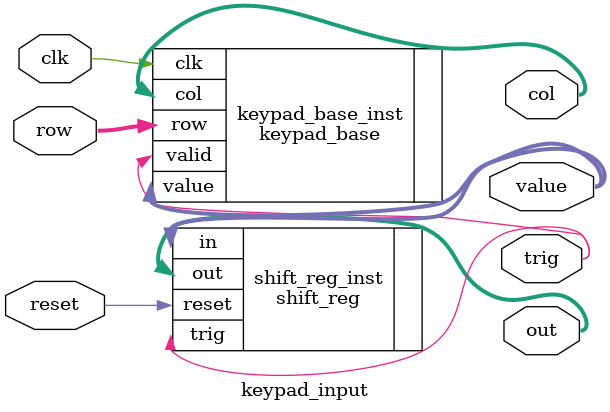
<source format=sv>
module keypad_input #(parameter DIGITS = 4)
(
   input clk,
	input reset,
	input [3:0] row,
	output [3:0] col,
	output [(DIGITS*4)-1:0] out,
	// Debug
	output [3:0] value,
	output trig
);

   keypad_base keypad_base_inst
	(
	   .clk(clk),
		.row(row),
		.col(col),
		.value(value),
		.valid(trig)
    );
	 
	 shift_reg #(.COUNT(DIGITS)) shift_reg_inst
	 (
	    .trig(trig),
		 .in(value),
		 .out(out),
		 .reset(reset)
	  );
	  
endmodule
</source>
